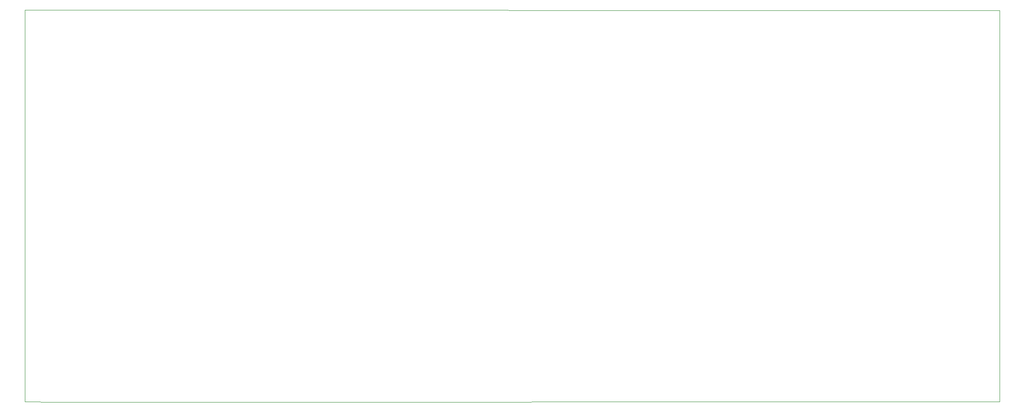
<source format=gbr>
%TF.GenerationSoftware,KiCad,Pcbnew,7.0.6*%
%TF.CreationDate,2023-08-10T10:09:16-04:00*%
%TF.ProjectId,Final_PCB,46696e61-6c5f-4504-9342-2e6b69636164,rev?*%
%TF.SameCoordinates,Original*%
%TF.FileFunction,Profile,NP*%
%FSLAX46Y46*%
G04 Gerber Fmt 4.6, Leading zero omitted, Abs format (unit mm)*
G04 Created by KiCad (PCBNEW 7.0.6) date 2023-08-10 10:09:16*
%MOMM*%
%LPD*%
G01*
G04 APERTURE LIST*
%TA.AperFunction,Profile*%
%ADD10C,0.100000*%
%TD*%
G04 APERTURE END LIST*
D10*
X77876400Y-140258800D02*
X83718400Y-140284200D01*
X260400800Y-140233400D02*
X260375400Y-66802000D01*
X260375400Y-66802000D02*
X77825600Y-66776600D01*
X77825600Y-66776600D02*
X77876400Y-140258800D01*
X83718400Y-140284200D02*
X260400800Y-140233400D01*
M02*

</source>
